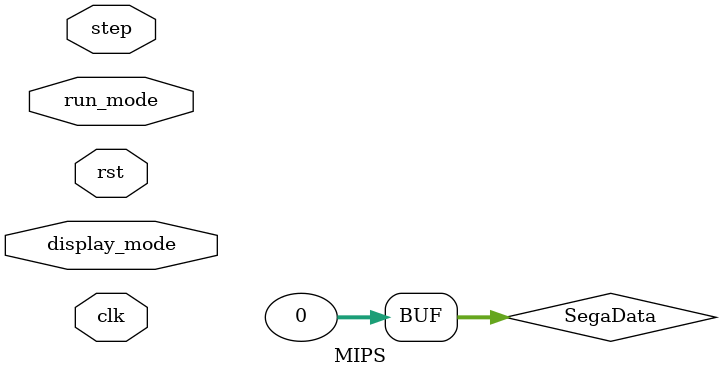
<source format=v>

module MIPS (
  clk, rst, display_mode, run_mode, step
);

  input clk;                      // 100 MHz --> might have to reduce to 50 if doesn't work
  input rst;                      // active low reset

  // Mode control
  input display_mode;             // toggle between debug and run
  input run_mode;                 // whether to step through 1 instruction at a time
  input step;                     // step through 1 instruction

  // Clock signals
  wire mipsclk;                   // clock for processor (12.5 MHz)
  wire memclk;                    // clock for memory (25 MHz, inverted)
  wire step_pulse;                // one cycle pulse from step button

  // IF input
  wire JumpBranch;                // use the branch offset for next pc
  wire JumpTarget;                // use the target field for next pc
  wire JumpReg;                   // use data in Rs for next pc
  
  // IF output
  wire [31:0] instr;              // current instruction
  wire [31:0] pc;                 // current pc

  // Regfile input
  wire [31:0] RegWriteData;       // data to be written to register file
  wire [4:0]  RegWriteAddr;       // address of register to be written to
  wire RegWriteEn;                // whether to write to a register
  
  // Regfile output
  wire [31:0] RsData;
  wire [31:0] RtData;

  // ALU input
  wire [31:0] ALUOpX, ALUOpY;     // ALU operands
  wire [3:0] ALUOp;               // ALU operation to perform
  
  // ALU output
  wire ALUZero, ALUNeg;           // whether ALU result is 0 or negative
  wire [31:0] ALUResult;          // ALU result

  // Data memory interface
  wire [31:0] DMemAddr;           // address to access in memory
  wire DMemWE;                    // whether to write to memory
  wire VgaWE;                     // whether to write to VGA interface
  wire [31:0] SegaData = 32'b0;   // data from Sega gamepad
  wire clk_50mhz;

//******************************************************************************
// Instruction Fetch unit
//******************************************************************************

  IF IF (
    // Outputs
    .pc(pc),        
    .instr(instr),
    // Inputs
    .clk(mipsclk),
    .memclk(memclk),
    .clken(run_mode | step_pulse),
    .rst(~rst),
    .JumpBranch(JumpBranch), 
    .JumpTarget(JumpTarget),
    .JumpReg(JumpReg),
    .RsData(RsData)
  );

//******************************************************************************
// Instruction Decode unit
//******************************************************************************
  Decode Decode(
    // Outputs
    .JumpBranch(JumpBranch), 
    .JumpTarget(JumpTarget),
    .JumpReg(JumpReg),
    .ALUOp(ALUOp),
    .ALUOpX(ALUOpX),
    .ALUOpY(ALUOpY),
    .MemToReg(MemToReg),
    .MemWrite(MemWrite),
    .RegWriteAddr(RegWriteAddr),
    .RegWriteEn(RegWriteEn),
    // Inputs
    .instr(instr),
    .pc(pc),
    .RsData(RsData),
    .RtData(RtData),
    .ALUZero(ALUZero),
    .ALUNeg(ALUNeg)
  );

//******************************************************************************
// Register File
//******************************************************************************

  `define rs 25:21 // 5-bit source register specifier
  `define rt 20:16 // 5-bit source/dest register specifier

  RegFile RegFile (
    // Outputs
    .RsData(RsData),
    .RtData(RtData),
    // Inputs
    .clk(mipsclk),
    .clken(run_mode || step_pulse),
    .RegWriteData(RegWriteData),
    .RegWriteAddr(RegWriteAddr),
    .RegWriteEn(RegWriteEn),
    .RsAddr(instr[`rs]),
    .RtAddr(instr[`rt])
  );

//******************************************************************************
// ALU (Execution Unit)
//******************************************************************************

  ALU ALU (
    // Outputs
    .ALUResult(ALUResult),
    .ALUZero(ALUZero),
    .ALUNeg(ALUNeg),
    // Inputs
    .ALUOp(ALUOp),
    .ALUOpX(ALUOpX),
    .ALUOpY(ALUOpY)
  );

//******************************************************************************
// Interface with Data Memory
//******************************************************************************

  MemStage MemStage (
    // Outputs
    .VgaWE(VgaWE),
    .RegWriteData(RegWriteData),
    // Inputs			
    .clk(memclk),
    .MemToReg(MemToReg),
    .MemWrite(MemWrite),
    .ALUResult(ALUResult),
    .RtData(RtData),
    .SegaData(SegaData)
  );

//******************************************************************************
// Clock generator
//******************************************************************************

  // CLK = 50Mhz : main clock coming from the XSA board
  // CLK/2 = memclk (25Mhz) (inverted)
  // Clk/4 = mipsclk (12.5MHz)

  CLKgen  CLKgen (
    // Outputs
    .mipsclk(mipsclk),
    .memclk(memclk),
    .step_pulse(step_pulse),
    .clk_out (clk_50mhz),
    // Inputs
    .clk_in(clk),
    .rst(~rst),
    .step(~step)
  );

endmodule

</source>
